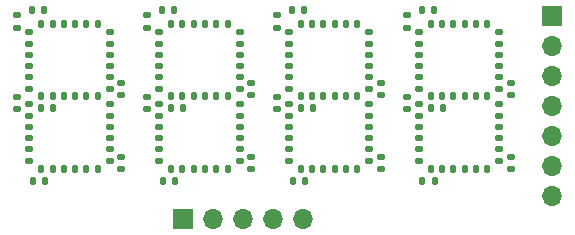
<source format=gbr>
%TF.GenerationSoftware,KiCad,Pcbnew,(6.0.0)*%
%TF.CreationDate,2022-03-30T13:23:40+02:00*%
%TF.ProjectId,led_display_digit,6c65645f-6469-4737-906c-61795f646967,rev?*%
%TF.SameCoordinates,Original*%
%TF.FileFunction,Soldermask,Top*%
%TF.FilePolarity,Negative*%
%FSLAX46Y46*%
G04 Gerber Fmt 4.6, Leading zero omitted, Abs format (unit mm)*
G04 Created by KiCad (PCBNEW (6.0.0)) date 2022-03-30 13:23:40*
%MOMM*%
%LPD*%
G01*
G04 APERTURE LIST*
G04 Aperture macros list*
%AMRoundRect*
0 Rectangle with rounded corners*
0 $1 Rounding radius*
0 $2 $3 $4 $5 $6 $7 $8 $9 X,Y pos of 4 corners*
0 Add a 4 corners polygon primitive as box body*
4,1,4,$2,$3,$4,$5,$6,$7,$8,$9,$2,$3,0*
0 Add four circle primitives for the rounded corners*
1,1,$1+$1,$2,$3*
1,1,$1+$1,$4,$5*
1,1,$1+$1,$6,$7*
1,1,$1+$1,$8,$9*
0 Add four rect primitives between the rounded corners*
20,1,$1+$1,$2,$3,$4,$5,0*
20,1,$1+$1,$4,$5,$6,$7,0*
20,1,$1+$1,$6,$7,$8,$9,0*
20,1,$1+$1,$8,$9,$2,$3,0*%
G04 Aperture macros list end*
%ADD10RoundRect,0.147500X-0.172500X0.147500X-0.172500X-0.147500X0.172500X-0.147500X0.172500X0.147500X0*%
%ADD11RoundRect,0.147500X0.147500X0.172500X-0.147500X0.172500X-0.147500X-0.172500X0.147500X-0.172500X0*%
%ADD12RoundRect,0.135000X0.185000X-0.135000X0.185000X0.135000X-0.185000X0.135000X-0.185000X-0.135000X0*%
%ADD13RoundRect,0.135000X0.135000X0.185000X-0.135000X0.185000X-0.135000X-0.185000X0.135000X-0.185000X0*%
%ADD14RoundRect,0.147500X0.172500X-0.147500X0.172500X0.147500X-0.172500X0.147500X-0.172500X-0.147500X0*%
%ADD15RoundRect,0.135000X-0.185000X0.135000X-0.185000X-0.135000X0.185000X-0.135000X0.185000X0.135000X0*%
%ADD16RoundRect,0.147500X-0.147500X-0.172500X0.147500X-0.172500X0.147500X0.172500X-0.147500X0.172500X0*%
%ADD17R,1.700000X1.700000*%
%ADD18O,1.700000X1.700000*%
G04 APERTURE END LIST*
D10*
%TO.C,D6*%
X80800000Y-62722500D03*
X80800000Y-63692500D03*
%TD*%
D11*
%TO.C,D3*%
X79785000Y-58200000D03*
X78815000Y-58200000D03*
%TD*%
D10*
%TO.C,D81*%
X107000000Y-58907500D03*
X107000000Y-59877500D03*
%TD*%
D11*
%TO.C,D73*%
X112785000Y-70500000D03*
X111815000Y-70500000D03*
%TD*%
D12*
%TO.C,R6*%
X73000000Y-58510000D03*
X73000000Y-57490000D03*
%TD*%
D10*
%TO.C,D7*%
X80800000Y-65000000D03*
X80800000Y-65970000D03*
%TD*%
%TO.C,D16*%
X74000000Y-62722500D03*
X74000000Y-63692500D03*
%TD*%
D13*
%TO.C,R25*%
X108310000Y-71500000D03*
X107290000Y-71500000D03*
%TD*%
D12*
%TO.C,R26*%
X106000000Y-65410000D03*
X106000000Y-64390000D03*
%TD*%
D14*
%TO.C,D17*%
X74000000Y-61785000D03*
X74000000Y-60815000D03*
%TD*%
D10*
%TO.C,D18*%
X74000000Y-58907500D03*
X74000000Y-59877500D03*
%TD*%
%TO.C,D58*%
X96000000Y-62722500D03*
X96000000Y-63692500D03*
%TD*%
D11*
%TO.C,D66*%
X112785000Y-58200000D03*
X111815000Y-58200000D03*
%TD*%
D10*
%TO.C,D46*%
X102800000Y-58907500D03*
X102800000Y-59877500D03*
%TD*%
D14*
%TO.C,D38*%
X85000000Y-61785000D03*
X85000000Y-60815000D03*
%TD*%
D10*
%TO.C,D39*%
X85000000Y-58907500D03*
X85000000Y-59877500D03*
%TD*%
%TO.C,D25*%
X91800000Y-58907500D03*
X91800000Y-59877500D03*
%TD*%
D14*
%TO.C,D80*%
X107000000Y-61785000D03*
X107000000Y-60815000D03*
%TD*%
%TO.C,D8*%
X80800000Y-67877500D03*
X80800000Y-66907500D03*
%TD*%
D10*
%TO.C,D70*%
X113800000Y-65000000D03*
X113800000Y-65970000D03*
%TD*%
D14*
%TO.C,D29*%
X91800000Y-67877500D03*
X91800000Y-66907500D03*
%TD*%
D12*
%TO.C,R19*%
X95000000Y-65410000D03*
X95000000Y-64390000D03*
%TD*%
D10*
%TO.C,D48*%
X102800000Y-62722500D03*
X102800000Y-63692500D03*
%TD*%
D11*
%TO.C,D21*%
X79785000Y-64292500D03*
X78815000Y-64292500D03*
%TD*%
D13*
%TO.C,R1*%
X75260000Y-57000000D03*
X74240000Y-57000000D03*
%TD*%
D15*
%TO.C,R9*%
X92800000Y-63190000D03*
X92800000Y-64210000D03*
%TD*%
D10*
%TO.C,D69*%
X113800000Y-62722500D03*
X113800000Y-63692500D03*
%TD*%
%TO.C,D51*%
X102800000Y-68815000D03*
X102800000Y-69785000D03*
%TD*%
%TO.C,D28*%
X91800000Y-65000000D03*
X91800000Y-65970000D03*
%TD*%
D13*
%TO.C,R7*%
X76010000Y-65300000D03*
X74990000Y-65300000D03*
%TD*%
D16*
%TO.C,D62*%
X98907500Y-64292500D03*
X99877500Y-64292500D03*
%TD*%
D14*
%TO.C,D5*%
X80800000Y-61785000D03*
X80800000Y-60815000D03*
%TD*%
%TO.C,D14*%
X74000000Y-67877500D03*
X74000000Y-66907500D03*
%TD*%
D10*
%TO.C,D67*%
X113800000Y-58907500D03*
X113800000Y-59877500D03*
%TD*%
D16*
%TO.C,D83*%
X109907500Y-64292500D03*
X110877500Y-64292500D03*
%TD*%
D14*
%TO.C,D59*%
X96000000Y-61785000D03*
X96000000Y-60815000D03*
%TD*%
D11*
%TO.C,D61*%
X97970000Y-64292500D03*
X97000000Y-64292500D03*
%TD*%
D14*
%TO.C,D56*%
X96000000Y-67877500D03*
X96000000Y-66907500D03*
%TD*%
D10*
%TO.C,D34*%
X85000000Y-68815000D03*
X85000000Y-69785000D03*
%TD*%
D12*
%TO.C,R12*%
X84000000Y-65410000D03*
X84000000Y-64390000D03*
%TD*%
D11*
%TO.C,D63*%
X101785000Y-64292500D03*
X100815000Y-64292500D03*
%TD*%
%TO.C,D42*%
X90785000Y-64292500D03*
X89815000Y-64292500D03*
%TD*%
D14*
%TO.C,D50*%
X102800000Y-67877500D03*
X102800000Y-66907500D03*
%TD*%
D13*
%TO.C,R8*%
X86260000Y-57000000D03*
X85240000Y-57000000D03*
%TD*%
%TO.C,R28*%
X109010000Y-65300000D03*
X107990000Y-65300000D03*
%TD*%
D12*
%TO.C,R5*%
X73000000Y-65410000D03*
X73000000Y-64390000D03*
%TD*%
D11*
%TO.C,D31*%
X90785000Y-70500000D03*
X89815000Y-70500000D03*
%TD*%
D10*
%TO.C,D4*%
X80800000Y-58907500D03*
X80800000Y-59877500D03*
%TD*%
D12*
%TO.C,R13*%
X84000000Y-58510000D03*
X84000000Y-57490000D03*
%TD*%
D11*
%TO.C,D1*%
X75970000Y-58200000D03*
X75000000Y-58200000D03*
%TD*%
%TO.C,D24*%
X90785000Y-58200000D03*
X89815000Y-58200000D03*
%TD*%
D15*
%TO.C,R16*%
X103800000Y-63190000D03*
X103800000Y-64210000D03*
%TD*%
%TO.C,R2*%
X81800000Y-63190000D03*
X81800000Y-64210000D03*
%TD*%
D10*
%TO.C,D76*%
X107000000Y-68815000D03*
X107000000Y-69785000D03*
%TD*%
%TO.C,D72*%
X113800000Y-68815000D03*
X113800000Y-69785000D03*
%TD*%
D11*
%TO.C,D54*%
X97970000Y-70500000D03*
X97000000Y-70500000D03*
%TD*%
D15*
%TO.C,R3*%
X81800000Y-69490000D03*
X81800000Y-70510000D03*
%TD*%
D10*
%TO.C,D9*%
X80800000Y-68815000D03*
X80800000Y-69785000D03*
%TD*%
D16*
%TO.C,D20*%
X76907500Y-64292500D03*
X77877500Y-64292500D03*
%TD*%
D11*
%TO.C,D40*%
X86970000Y-64292500D03*
X86000000Y-64292500D03*
%TD*%
%TO.C,D84*%
X112785000Y-64292500D03*
X111815000Y-64292500D03*
%TD*%
%TO.C,D45*%
X101785000Y-58200000D03*
X100815000Y-58200000D03*
%TD*%
D16*
%TO.C,D53*%
X98907500Y-70500000D03*
X99877500Y-70500000D03*
%TD*%
D15*
%TO.C,R24*%
X114800000Y-69490000D03*
X114800000Y-70510000D03*
%TD*%
D16*
%TO.C,D2*%
X76907500Y-58200000D03*
X77877500Y-58200000D03*
%TD*%
%TO.C,D11*%
X76907500Y-70500000D03*
X77877500Y-70500000D03*
%TD*%
D17*
%TO.C,J1*%
X87000000Y-74750000D03*
D18*
X89540000Y-74750000D03*
X92080000Y-74750000D03*
X94620000Y-74750000D03*
X97160000Y-74750000D03*
%TD*%
D10*
%TO.C,D60*%
X96000000Y-58907500D03*
X96000000Y-59877500D03*
%TD*%
D11*
%TO.C,D52*%
X101785000Y-70500000D03*
X100815000Y-70500000D03*
%TD*%
D14*
%TO.C,D26*%
X91800000Y-61785000D03*
X91800000Y-60815000D03*
%TD*%
D15*
%TO.C,R17*%
X103800000Y-69490000D03*
X103800000Y-70510000D03*
%TD*%
D10*
%TO.C,D30*%
X91800000Y-68815000D03*
X91800000Y-69785000D03*
%TD*%
%TO.C,D57*%
X96000000Y-65000000D03*
X96000000Y-65970000D03*
%TD*%
D13*
%TO.C,R18*%
X97310000Y-71500000D03*
X96290000Y-71500000D03*
%TD*%
D14*
%TO.C,D35*%
X85000000Y-67877500D03*
X85000000Y-66907500D03*
%TD*%
D11*
%TO.C,D75*%
X108970000Y-70500000D03*
X108000000Y-70500000D03*
%TD*%
%TO.C,D10*%
X79785000Y-70500000D03*
X78815000Y-70500000D03*
%TD*%
D16*
%TO.C,D74*%
X109907500Y-70500000D03*
X110877500Y-70500000D03*
%TD*%
D10*
%TO.C,D27*%
X91800000Y-62722500D03*
X91800000Y-63692500D03*
%TD*%
D17*
%TO.C,J2*%
X118250000Y-57500000D03*
D18*
X118250000Y-60040000D03*
X118250000Y-62580000D03*
X118250000Y-65120000D03*
X118250000Y-67660000D03*
X118250000Y-70200000D03*
X118250000Y-72740000D03*
%TD*%
D12*
%TO.C,R20*%
X95000000Y-58510000D03*
X95000000Y-57490000D03*
%TD*%
D13*
%TO.C,R22*%
X108260000Y-57000000D03*
X107240000Y-57000000D03*
%TD*%
D10*
%TO.C,D49*%
X102800000Y-65000000D03*
X102800000Y-65970000D03*
%TD*%
D13*
%TO.C,R15*%
X97260000Y-57000000D03*
X96240000Y-57000000D03*
%TD*%
D11*
%TO.C,D12*%
X75970000Y-70500000D03*
X75000000Y-70500000D03*
%TD*%
D10*
%TO.C,D15*%
X74000000Y-65000000D03*
X74000000Y-65970000D03*
%TD*%
D16*
%TO.C,D65*%
X109907500Y-58200000D03*
X110877500Y-58200000D03*
%TD*%
D11*
%TO.C,D22*%
X86970000Y-58200000D03*
X86000000Y-58200000D03*
%TD*%
D13*
%TO.C,R14*%
X87010000Y-65300000D03*
X85990000Y-65300000D03*
%TD*%
D10*
%TO.C,D37*%
X85000000Y-62722500D03*
X85000000Y-63692500D03*
%TD*%
%TO.C,D79*%
X107000000Y-62722500D03*
X107000000Y-63692500D03*
%TD*%
D13*
%TO.C,R4*%
X75310000Y-71500000D03*
X74290000Y-71500000D03*
%TD*%
D16*
%TO.C,D44*%
X98907500Y-58200000D03*
X99877500Y-58200000D03*
%TD*%
D14*
%TO.C,D68*%
X113800000Y-61785000D03*
X113800000Y-60815000D03*
%TD*%
D15*
%TO.C,R10*%
X92800000Y-69490000D03*
X92800000Y-70510000D03*
%TD*%
D11*
%TO.C,D82*%
X108970000Y-64292500D03*
X108000000Y-64292500D03*
%TD*%
D14*
%TO.C,D77*%
X107000000Y-67877500D03*
X107000000Y-66907500D03*
%TD*%
D11*
%TO.C,D19*%
X75970000Y-64292500D03*
X75000000Y-64292500D03*
%TD*%
%TO.C,D33*%
X86970000Y-70500000D03*
X86000000Y-70500000D03*
%TD*%
D13*
%TO.C,R21*%
X98010000Y-65300000D03*
X96990000Y-65300000D03*
%TD*%
D10*
%TO.C,D13*%
X74000000Y-68815000D03*
X74000000Y-69785000D03*
%TD*%
%TO.C,D78*%
X107000000Y-65000000D03*
X107000000Y-65970000D03*
%TD*%
D14*
%TO.C,D71*%
X113800000Y-67877500D03*
X113800000Y-66907500D03*
%TD*%
D11*
%TO.C,D64*%
X108970000Y-58200000D03*
X108000000Y-58200000D03*
%TD*%
D16*
%TO.C,D23*%
X87907500Y-58200000D03*
X88877500Y-58200000D03*
%TD*%
D10*
%TO.C,D55*%
X96000000Y-68815000D03*
X96000000Y-69785000D03*
%TD*%
D14*
%TO.C,D47*%
X102800000Y-61785000D03*
X102800000Y-60815000D03*
%TD*%
D16*
%TO.C,D41*%
X87907500Y-64292500D03*
X88877500Y-64292500D03*
%TD*%
D10*
%TO.C,D36*%
X85000000Y-65000000D03*
X85000000Y-65970000D03*
%TD*%
D16*
%TO.C,D32*%
X87907500Y-70500000D03*
X88877500Y-70500000D03*
%TD*%
D15*
%TO.C,R23*%
X114800000Y-63190000D03*
X114800000Y-64210000D03*
%TD*%
D12*
%TO.C,R27*%
X106000000Y-58510000D03*
X106000000Y-57490000D03*
%TD*%
D11*
%TO.C,D43*%
X97970000Y-58200000D03*
X97000000Y-58200000D03*
%TD*%
D13*
%TO.C,R11*%
X86310000Y-71500000D03*
X85290000Y-71500000D03*
%TD*%
M02*

</source>
